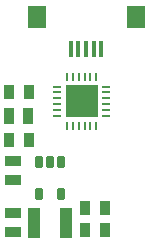
<source format=gtp>
G04 Layer_Color=8421504*
%FSAX24Y24*%
%MOIN*%
G70*
G01*
G75*
%ADD10R,0.0374X0.0532*%
%ADD11R,0.1055X0.1055*%
%ADD12O,0.0315X0.0079*%
%ADD13O,0.0079X0.0315*%
%ADD14R,0.0532X0.0374*%
%ADD15R,0.0433X0.1024*%
G04:AMPARAMS|DCode=16|XSize=23.6mil|YSize=39.4mil|CornerRadius=2mil|HoleSize=0mil|Usage=FLASHONLY|Rotation=0.000|XOffset=0mil|YOffset=0mil|HoleType=Round|Shape=RoundedRectangle|*
%AMROUNDEDRECTD16*
21,1,0.0236,0.0354,0,0,0.0*
21,1,0.0196,0.0394,0,0,0.0*
1,1,0.0040,0.0098,-0.0177*
1,1,0.0040,-0.0098,-0.0177*
1,1,0.0040,-0.0098,0.0177*
1,1,0.0040,0.0098,0.0177*
%
%ADD16ROUNDEDRECTD16*%
%ADD17R,0.0335X0.0512*%
%ADD18R,0.0630X0.0748*%
%ADD19R,0.0157X0.0532*%
D10*
X035885Y030200D02*
D03*
X036515D02*
D03*
D11*
X038300Y030700D02*
D03*
D12*
X039107Y031192D02*
D03*
Y030995D02*
D03*
Y030798D02*
D03*
Y030602D02*
D03*
Y030405D02*
D03*
Y030208D02*
D03*
X037493D02*
D03*
Y030405D02*
D03*
Y030602D02*
D03*
Y030798D02*
D03*
Y030995D02*
D03*
Y031192D02*
D03*
D13*
X038792Y029893D02*
D03*
X038595D02*
D03*
X038398D02*
D03*
X038202D02*
D03*
X038005D02*
D03*
X037808D02*
D03*
Y031507D02*
D03*
X038005D02*
D03*
X038202D02*
D03*
X038398D02*
D03*
X038595D02*
D03*
X038792D02*
D03*
D14*
X036000Y028085D02*
D03*
Y028715D02*
D03*
Y026965D02*
D03*
Y026335D02*
D03*
D15*
X036718Y026650D02*
D03*
X037782D02*
D03*
D16*
X037624Y027609D02*
D03*
X036876D02*
D03*
Y028691D02*
D03*
X037250D02*
D03*
X037624D02*
D03*
D17*
X035865Y031000D02*
D03*
X036535D02*
D03*
X035865Y029400D02*
D03*
X036535D02*
D03*
X038415Y026400D02*
D03*
X039085D02*
D03*
X039085Y027150D02*
D03*
X038415D02*
D03*
D18*
X036796Y033503D02*
D03*
X040104D02*
D03*
D19*
X037938Y032450D02*
D03*
X038194D02*
D03*
X038450D02*
D03*
X038706D02*
D03*
X038962D02*
D03*
M02*

</source>
